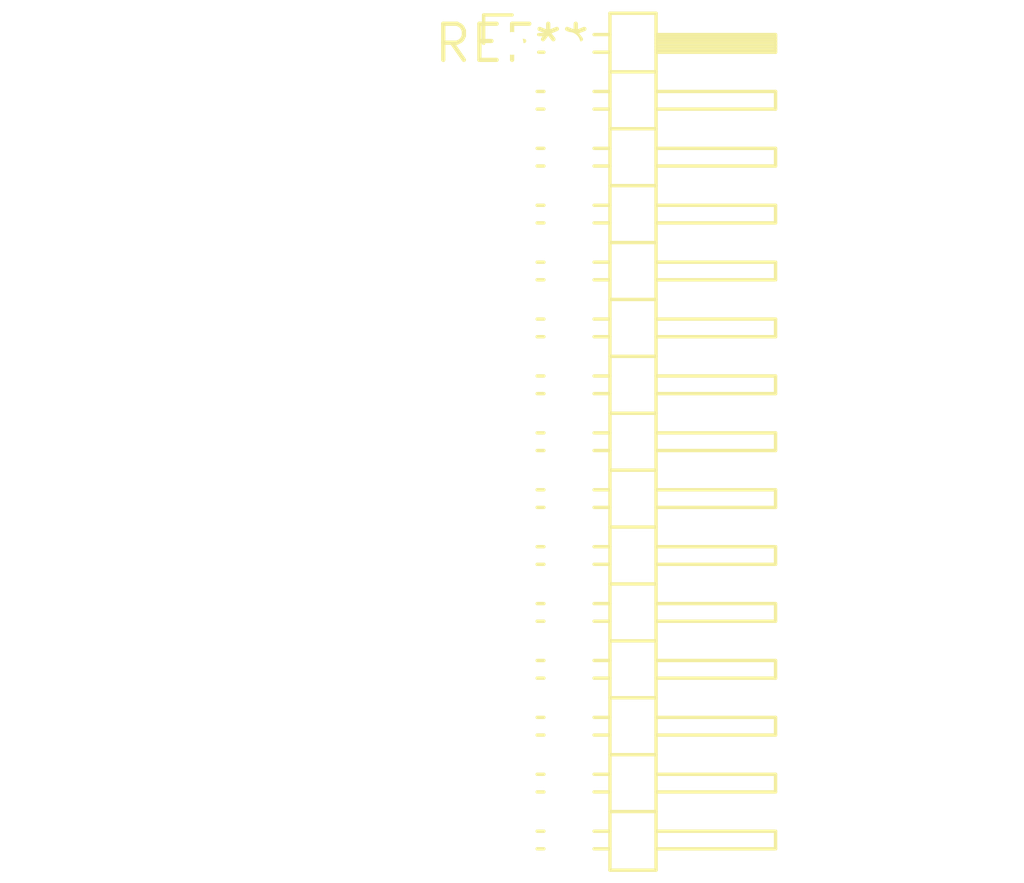
<source format=kicad_pcb>
(kicad_pcb (version 20240108) (generator pcbnew)
  (layers (0 "F.Cu" signal) (31 "B.Cu" signal) (34 "B.Paste" user) (35 "F.Paste" user) (36 "B.SilkS" user "B.Silkscreen") (37 "F.SilkS" user "F.Silkscreen") (38 "B.Mask" user) (39 "F.Mask" user) (44 "Edge.Cuts" user))
  (net 0 "")
  (footprint "PinHeader_2x15_P2.00mm_Horizontal" (layer "F.Cu") (at 0 0)
    (property "Reference" "REF**")
    (property "Value" "PinHeader_2x15_P2.00mm_Horizontal")
    (fp_line (start -1 -1) (end 0 -1) (layer "F.SilkS") (stroke (width 0.12)))
    (fp_line (start -1 0) (end -1 -1) (layer "F.SilkS") (stroke (width 0.12)))
    (fp_line (start 0.882114 1.69) (end 1.117886 1.69) (layer "F.SilkS") (stroke (width 0.12)))
    (fp_line (start 0.882114 2.31) (end 1.117886 2.31) (layer "F.SilkS") (stroke (width 0.12)))
    (fp_line (start 0.882114 3.69) (end 1.117886 3.69) (layer "F.SilkS") (stroke (width 0.12)))
    (fp_line (start 0.882114 4.31) (end 1.117886 4.31) (layer "F.SilkS") (stroke (width 0.12)))
    (fp_line (start 0.882114 5.69) (end 1.117886 5.69) (layer "F.SilkS") (stroke (width 0.12)))
    (fp_line (start 0.882114 6.31) (end 1.117886 6.31) (layer "F.SilkS") (stroke (width 0.12)))
    (fp_line (start 0.882114 7.69) (end 1.117886 7.69) (layer "F.SilkS") (stroke (width 0.12)))
    (fp_line (start 0.882114 8.31) (end 1.117886 8.31) (layer "F.SilkS") (stroke (width 0.12)))
    (fp_line (start 0.882114 9.69) (end 1.117886 9.69) (layer "F.SilkS") (stroke (width 0.12)))
    (fp_line (start 0.882114 10.31) (end 1.117886 10.31) (layer "F.SilkS") (stroke (width 0.12)))
    (fp_line (start 0.882114 11.69) (end 1.117886 11.69) (layer "F.SilkS") (stroke (width 0.12)))
    (fp_line (start 0.882114 12.31) (end 1.117886 12.31) (layer "F.SilkS") (stroke (width 0.12)))
    (fp_line (start 0.882114 13.69) (end 1.117886 13.69) (layer "F.SilkS") (stroke (width 0.12)))
    (fp_line (start 0.882114 14.31) (end 1.117886 14.31) (layer "F.SilkS") (stroke (width 0.12)))
    (fp_line (start 0.882114 15.69) (end 1.117886 15.69) (layer "F.SilkS") (stroke (width 0.12)))
    (fp_line (start 0.882114 16.31) (end 1.117886 16.31) (layer "F.SilkS") (stroke (width 0.12)))
    (fp_line (start 0.882114 17.69) (end 1.117886 17.69) (layer "F.SilkS") (stroke (width 0.12)))
    (fp_line (start 0.882114 18.31) (end 1.117886 18.31) (layer "F.SilkS") (stroke (width 0.12)))
    (fp_line (start 0.882114 19.69) (end 1.117886 19.69) (layer "F.SilkS") (stroke (width 0.12)))
    (fp_line (start 0.882114 20.31) (end 1.117886 20.31) (layer "F.SilkS") (stroke (width 0.12)))
    (fp_line (start 0.882114 21.69) (end 1.117886 21.69) (layer "F.SilkS") (stroke (width 0.12)))
    (fp_line (start 0.882114 22.31) (end 1.117886 22.31) (layer "F.SilkS") (stroke (width 0.12)))
    (fp_line (start 0.882114 23.69) (end 1.117886 23.69) (layer "F.SilkS") (stroke (width 0.12)))
    (fp_line (start 0.882114 24.31) (end 1.117886 24.31) (layer "F.SilkS") (stroke (width 0.12)))
    (fp_line (start 0.882114 25.69) (end 1.117886 25.69) (layer "F.SilkS") (stroke (width 0.12)))
    (fp_line (start 0.882114 26.31) (end 1.117886 26.31) (layer "F.SilkS") (stroke (width 0.12)))
    (fp_line (start 0.882114 27.69) (end 1.117886 27.69) (layer "F.SilkS") (stroke (width 0.12)))
    (fp_line (start 0.882114 28.31) (end 1.117886 28.31) (layer "F.SilkS") (stroke (width 0.12)))
    (fp_line (start 0.935 -0.31) (end 1.117886 -0.31) (layer "F.SilkS") (stroke (width 0.12)))
    (fp_line (start 0.935 0.31) (end 1.117886 0.31) (layer "F.SilkS") (stroke (width 0.12)))
    (fp_line (start 2.882114 -0.31) (end 3.44 -0.31) (layer "F.SilkS") (stroke (width 0.12)))
    (fp_line (start 2.882114 0.31) (end 3.44 0.31) (layer "F.SilkS") (stroke (width 0.12)))
    (fp_line (start 2.882114 1.69) (end 3.44 1.69) (layer "F.SilkS") (stroke (width 0.12)))
    (fp_line (start 2.882114 2.31) (end 3.44 2.31) (layer "F.SilkS") (stroke (width 0.12)))
    (fp_line (start 2.882114 3.69) (end 3.44 3.69) (layer "F.SilkS") (stroke (width 0.12)))
    (fp_line (start 2.882114 4.31) (end 3.44 4.31) (layer "F.SilkS") (stroke (width 0.12)))
    (fp_line (start 2.882114 5.69) (end 3.44 5.69) (layer "F.SilkS") (stroke (width 0.12)))
    (fp_line (start 2.882114 6.31) (end 3.44 6.31) (layer "F.SilkS") (stroke (width 0.12)))
    (fp_line (start 2.882114 7.69) (end 3.44 7.69) (layer "F.SilkS") (stroke (width 0.12)))
    (fp_line (start 2.882114 8.31) (end 3.44 8.31) (layer "F.SilkS") (stroke (width 0.12)))
    (fp_line (start 2.882114 9.69) (end 3.44 9.69) (layer "F.SilkS") (stroke (width 0.12)))
    (fp_line (start 2.882114 10.31) (end 3.44 10.31) (layer "F.SilkS") (stroke (width 0.12)))
    (fp_line (start 2.882114 11.69) (end 3.44 11.69) (layer "F.SilkS") (stroke (width 0.12)))
    (fp_line (start 2.882114 12.31) (end 3.44 12.31) (layer "F.SilkS") (stroke (width 0.12)))
    (fp_line (start 2.882114 13.69) (end 3.44 13.69) (layer "F.SilkS") (stroke (width 0.12)))
    (fp_line (start 2.882114 14.31) (end 3.44 14.31) (layer "F.SilkS") (stroke (width 0.12)))
    (fp_line (start 2.882114 15.69) (end 3.44 15.69) (layer "F.SilkS") (stroke (width 0.12)))
    (fp_line (start 2.882114 16.31) (end 3.44 16.31) (layer "F.SilkS") (stroke (width 0.12)))
    (fp_line (start 2.882114 17.69) (end 3.44 17.69) (layer "F.SilkS") (stroke (width 0.12)))
    (fp_line (start 2.882114 18.31) (end 3.44 18.31) (layer "F.SilkS") (stroke (width 0.12)))
    (fp_line (start 2.882114 19.69) (end 3.44 19.69) (layer "F.SilkS") (stroke (width 0.12)))
    (fp_line (start 2.882114 20.31) (end 3.44 20.31) (layer "F.SilkS") (stroke (width 0.12)))
    (fp_line (start 2.882114 21.69) (end 3.44 21.69) (layer "F.SilkS") (stroke (width 0.12)))
    (fp_line (start 2.882114 22.31) (end 3.44 22.31) (layer "F.SilkS") (stroke (width 0.12)))
    (fp_line (start 2.882114 23.69) (end 3.44 23.69) (layer "F.SilkS") (stroke (width 0.12)))
    (fp_line (start 2.882114 24.31) (end 3.44 24.31) (layer "F.SilkS") (stroke (width 0.12)))
    (fp_line (start 2.882114 25.69) (end 3.44 25.69) (layer "F.SilkS") (stroke (width 0.12)))
    (fp_line (start 2.882114 26.31) (end 3.44 26.31) (layer "F.SilkS") (stroke (width 0.12)))
    (fp_line (start 2.882114 27.69) (end 3.44 27.69) (layer "F.SilkS") (stroke (width 0.12)))
    (fp_line (start 2.882114 28.31) (end 3.44 28.31) (layer "F.SilkS") (stroke (width 0.12)))
    (fp_line (start 3.44 -1.06) (end 3.44 29.06) (layer "F.SilkS") (stroke (width 0.12)))
    (fp_line (start 3.44 1) (end 5.06 1) (layer "F.SilkS") (stroke (width 0.12)))
    (fp_line (start 3.44 3) (end 5.06 3) (layer "F.SilkS") (stroke (width 0.12)))
    (fp_line (start 3.44 5) (end 5.06 5) (layer "F.SilkS") (stroke (width 0.12)))
    (fp_line (start 3.44 7) (end 5.06 7) (layer "F.SilkS") (stroke (width 0.12)))
    (fp_line (start 3.44 9) (end 5.06 9) (layer "F.SilkS") (stroke (width 0.12)))
    (fp_line (start 3.44 11) (end 5.06 11) (layer "F.SilkS") (stroke (width 0.12)))
    (fp_line (start 3.44 13) (end 5.06 13) (layer "F.SilkS") (stroke (width 0.12)))
    (fp_line (start 3.44 15) (end 5.06 15) (layer "F.SilkS") (stroke (width 0.12)))
    (fp_line (start 3.44 17) (end 5.06 17) (layer "F.SilkS") (stroke (width 0.12)))
    (fp_line (start 3.44 19) (end 5.06 19) (layer "F.SilkS") (stroke (width 0.12)))
    (fp_line (start 3.44 21) (end 5.06 21) (layer "F.SilkS") (stroke (width 0.12)))
    (fp_line (start 3.44 23) (end 5.06 23) (layer "F.SilkS") (stroke (width 0.12)))
    (fp_line (start 3.44 25) (end 5.06 25) (layer "F.SilkS") (stroke (width 0.12)))
    (fp_line (start 3.44 27) (end 5.06 27) (layer "F.SilkS") (stroke (width 0.12)))
    (fp_line (start 3.44 29.06) (end 5.06 29.06) (layer "F.SilkS") (stroke (width 0.12)))
    (fp_line (start 5.06 -1.06) (end 3.44 -1.06) (layer "F.SilkS") (stroke (width 0.12)))
    (fp_line (start 5.06 -0.31) (end 9.26 -0.31) (layer "F.SilkS") (stroke (width 0.12)))
    (fp_line (start 5.06 -0.25) (end 9.26 -0.25) (layer "F.SilkS") (stroke (width 0.12)))
    (fp_line (start 5.06 -0.13) (end 9.26 -0.13) (layer "F.SilkS") (stroke (width 0.12)))
    (fp_line (start 5.06 -0.01) (end 9.26 -0.01) (layer "F.SilkS") (stroke (width 0.12)))
    (fp_line (start 5.06 0.11) (end 9.26 0.11) (layer "F.SilkS") (stroke (width 0.12)))
    (fp_line (start 5.06 0.23) (end 9.26 0.23) (layer "F.SilkS") (stroke (width 0.12)))
    (fp_line (start 5.06 1.69) (end 9.26 1.69) (layer "F.SilkS") (stroke (width 0.12)))
    (fp_line (start 5.06 3.69) (end 9.26 3.69) (layer "F.SilkS") (stroke (width 0.12)))
    (fp_line (start 5.06 5.69) (end 9.26 5.69) (layer "F.SilkS") (stroke (width 0.12)))
    (fp_line (start 5.06 7.69) (end 9.26 7.69) (layer "F.SilkS") (stroke (width 0.12)))
    (fp_line (start 5.06 9.69) (end 9.26 9.69) (layer "F.SilkS") (stroke (width 0.12)))
    (fp_line (start 5.06 11.69) (end 9.26 11.69) (layer "F.SilkS") (stroke (width 0.12)))
    (fp_line (start 5.06 13.69) (end 9.26 13.69) (layer "F.SilkS") (stroke (width 0.12)))
    (fp_line (start 5.06 15.69) (end 9.26 15.69) (layer "F.SilkS") (stroke (width 0.12)))
    (fp_line (start 5.06 17.69) (end 9.26 17.69) (layer "F.SilkS") (stroke (width 0.12)))
    (fp_line (start 5.06 19.69) (end 9.26 19.69) (layer "F.SilkS") (stroke (width 0.12)))
    (fp_line (start 5.06 21.69) (end 9.26 21.69) (layer "F.SilkS") (stroke (width 0.12)))
    (fp_line (start 5.06 23.69) (end 9.26 23.69) (layer "F.SilkS") (stroke (width 0.12)))
    (fp_line (start 5.06 25.69) (end 9.26 25.69) (layer "F.SilkS") (stroke (width 0.12)))
    (fp_line (start 5.06 27.69) (end 9.26 27.69) (layer "F.SilkS") (stroke (width 0.12)))
    (fp_line (start 5.06 29.06) (end 5.06 -1.06) (layer "F.SilkS") (stroke (width 0.12)))
    (fp_line (start 9.26 -0.31) (end 9.26 0.31) (layer "F.SilkS") (stroke (width 0.12)))
    (fp_line (start 9.26 0.31) (end 5.06 0.31) (layer "F.SilkS") (stroke (width 0.12)))
    (fp_line (start 9.26 1.69) (end 9.26 2.31) (layer "F.SilkS") (stroke (width 0.12)))
    (fp_line (start 9.26 2.31) (end 5.06 2.31) (layer "F.SilkS") (stroke (width 0.12)))
    (fp_line (start 9.26 3.69) (end 9.26 4.31) (layer "F.SilkS") (stroke (width 0.12)))
    (fp_line (start 9.26 4.31) (end 5.06 4.31) (layer "F.SilkS") (stroke (width 0.12)))
    (fp_line (start 9.26 5.69) (end 9.26 6.31) (layer "F.SilkS") (stroke (width 0.12)))
    (fp_line (start 9.26 6.31) (end 5.06 6.31) (layer "F.SilkS") (stroke (width 0.12)))
    (fp_line (start 9.26 7.69) (end 9.26 8.31) (layer "F.SilkS") (stroke (width 0.12)))
    (fp_line (start 9.26 8.31) (end 5.06 8.31) (layer "F.SilkS") (stroke (width 0.12)))
    (fp_line (start 9.26 9.69) (end 9.26 10.31) (layer "F.SilkS") (stroke (width 0.12)))
    (fp_line (start 9.26 10.31) (end 5.06 10.31) (layer "F.SilkS") (stroke (width 0.12)))
    (fp_line (start 9.26 11.69) (end 9.26 12.31) (layer "F.SilkS") (stroke (width 0.12)))
    (fp_line (start 9.26 12.31) (end 5.06 12.31) (layer "F.SilkS") (stroke (width 0.12)))
    (fp_line (start 9.26 13.69) (end 9.26 14.31) (layer "F.SilkS") (stroke (width 0.12)))
    (fp_line (start 9.26 14.31) (end 5.06 14.31) (layer "F.SilkS") (stroke (width 0.12)))
    (fp_line (start 9.26 15.69) (end 9.26 16.31) (layer "F.SilkS") (stroke (width 0.12)))
    (fp_line (start 9.26 16.31) (end 5.06 16.31) (layer "F.SilkS") (stroke (width 0.12)))
    (fp_line (start 9.26 17.69) (end 9.26 18.31) (layer "F.SilkS") (stroke (width 0.12)))
    (fp_line (start 9.26 18.31) (end 5.06 18.31) (layer "F.SilkS") (stroke (width 0.12)))
    (fp_line (start 9.26 19.69) (end 9.26 20.31) (layer "F.SilkS") (stroke (width 0.12)))
    (fp_line (start 9.26 20.31) (end 5.06 20.31) (layer "F.SilkS") (stroke (width 0.12)))
    (fp_line (start 9.26 21.69) (end 9.26 22.31) (layer "F.SilkS") (stroke (width 0.12)))
    (fp_line (start 9.26 22.31) (end 5.06 22.31) (layer "F.SilkS") (stroke (width 0.12)))
    (fp_line (start 9.26 23.69) (end 9.26 24.31) (layer "F.SilkS") (stroke (width 0.12)))
    (fp_line (start 9.26 24.31) (end 5.06 24.31) (layer "F.SilkS") (stroke (width 0.12)))
    (fp_line (start 9.26 25.69) (end 9.26 26.31) (layer "F.SilkS") (stroke (width 0.12)))
    (fp_line (start 9.26 26.31) (end 5.06 26.31) (layer "F.SilkS") (stroke (width 0.12)))
    (fp_line (start 9.26 27.69) (end 9.26 28.31) (layer "F.SilkS") (stroke (width 0.12)))
    (fp_line (start 9.26 28.31) (end 5.06 28.31) (layer "F.SilkS") (stroke (width 0.12)))
    (pad "1" thru_hole rect (at 0 0) (size 1.35 1.35) (drill 0.8) (layers *.Cu *.Mask) (remove_unused_layers))
    (pad "2" thru_hole oval (at 2 0) (size 1.35 1.35) (drill 0.8) (layers *.Cu *.Mask) (remove_unused_layers))
    (pad "3" thru_hole oval (at 0 2) (size 1.35 1.35) (drill 0.8) (layers *.Cu *.Mask) (remove_unused_layers))
    (pad "4" thru_hole oval (at 2 2) (size 1.35 1.35) (drill 0.8) (layers *.Cu *.Mask) (remove_unused_layers))
    (pad "5" thru_hole oval (at 0 4) (size 1.35 1.35) (drill 0.8) (layers *.Cu *.Mask) (remove_unused_layers))
    (pad "6" thru_hole oval (at 2 4) (size 1.35 1.35) (drill 0.8) (layers *.Cu *.Mask) (remove_unused_layers))
    (pad "7" thru_hole oval (at 0 6) (size 1.35 1.35) (drill 0.8) (layers *.Cu *.Mask) (remove_unused_layers))
    (pad "8" thru_hole oval (at 2 6) (size 1.35 1.35) (drill 0.8) (layers *.Cu *.Mask) (remove_unused_layers))
    (pad "9" thru_hole oval (at 0 8) (size 1.35 1.35) (drill 0.8) (layers *.Cu *.Mask) (remove_unused_layers))
    (pad "10" thru_hole oval (at 2 8) (size 1.35 1.35) (drill 0.8) (layers *.Cu *.Mask) (remove_unused_layers))
    (pad "11" thru_hole oval (at 0 10) (size 1.35 1.35) (drill 0.8) (layers *.Cu *.Mask) (remove_unused_layers))
    (pad "12" thru_hole oval (at 2 10) (size 1.35 1.35) (drill 0.8) (layers *.Cu *.Mask) (remove_unused_layers))
    (pad "13" thru_hole oval (at 0 12) (size 1.35 1.35) (drill 0.8) (layers *.Cu *.Mask) (remove_unused_layers))
    (pad "14" thru_hole oval (at 2 12) (size 1.35 1.35) (drill 0.8) (layers *.Cu *.Mask) (remove_unused_layers))
    (pad "15" thru_hole oval (at 0 14) (size 1.35 1.35) (drill 0.8) (layers *.Cu *.Mask) (remove_unused_layers))
    (pad "16" thru_hole oval (at 2 14) (size 1.35 1.35) (drill 0.8) (layers *.Cu *.Mask) (remove_unused_layers))
    (pad "17" thru_hole oval (at 0 16) (size 1.35 1.35) (drill 0.8) (layers *.Cu *.Mask) (remove_unused_layers))
    (pad "18" thru_hole oval (at 2 16) (size 1.35 1.35) (drill 0.8) (layers *.Cu *.Mask) (remove_unused_layers))
    (pad "19" thru_hole oval (at 0 18) (size 1.35 1.35) (drill 0.8) (layers *.Cu *.Mask) (remove_unused_layers))
    (pad "20" thru_hole oval (at 2 18) (size 1.35 1.35) (drill 0.8) (layers *.Cu *.Mask) (remove_unused_layers))
    (pad "21" thru_hole oval (at 0 20) (size 1.35 1.35) (drill 0.8) (layers *.Cu *.Mask) (remove_unused_layers))
    (pad "22" thru_hole oval (at 2 20) (size 1.35 1.35) (drill 0.8) (layers *.Cu *.Mask) (remove_unused_layers))
    (pad "23" thru_hole oval (at 0 22) (size 1.35 1.35) (drill 0.8) (layers *.Cu *.Mask) (remove_unused_layers))
    (pad "24" thru_hole oval (at 2 22) (size 1.35 1.35) (drill 0.8) (layers *.Cu *.Mask) (remove_unused_layers))
    (pad "25" thru_hole oval (at 0 24) (size 1.35 1.35) (drill 0.8) (layers *.Cu *.Mask) (remove_unused_layers))
    (pad "26" thru_hole oval (at 2 24) (size 1.35 1.35) (drill 0.8) (layers *.Cu *.Mask) (remove_unused_layers))
    (pad "27" thru_hole oval (at 0 26) (size 1.35 1.35) (drill 0.8) (layers *.Cu *.Mask) (remove_unused_layers))
    (pad "28" thru_hole oval (at 2 26) (size 1.35 1.35) (drill 0.8) (layers *.Cu *.Mask) (remove_unused_layers))
    (pad "29" thru_hole oval (at 0 28) (size 1.35 1.35) (drill 0.8) (layers *.Cu *.Mask) (remove_unused_layers))
    (pad "30" thru_hole oval (at 2 28) (size 1.35 1.35) (drill 0.8) (layers *.Cu *.Mask) (remove_unused_layers))
  )
)
</source>
